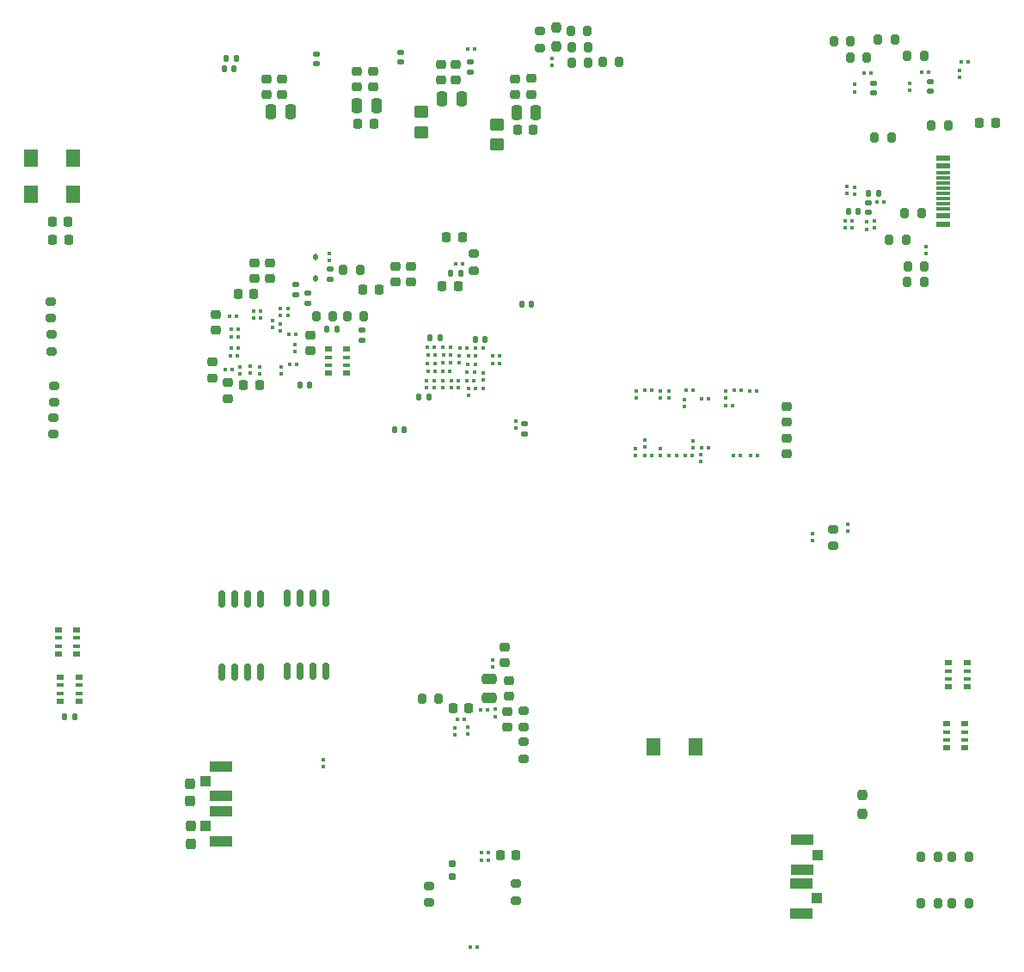
<source format=gbp>
G04 #@! TF.GenerationSoftware,KiCad,Pcbnew,9.0.3-9.0.3-0~ubuntu24.04.1*
G04 #@! TF.CreationDate,2025-08-23T12:09:09+02:00*
G04 #@! TF.ProjectId,acoustic-carrier-board,61636f75-7374-4696-932d-636172726965,rev?*
G04 #@! TF.SameCoordinates,Original*
G04 #@! TF.FileFunction,Paste,Bot*
G04 #@! TF.FilePolarity,Positive*
%FSLAX46Y46*%
G04 Gerber Fmt 4.6, Leading zero omitted, Abs format (unit mm)*
G04 Created by KiCad (PCBNEW 9.0.3-9.0.3-0~ubuntu24.04.1) date 2025-08-23 12:09:09*
%MOMM*%
%LPD*%
G01*
G04 APERTURE LIST*
G04 Aperture macros list*
%AMRoundRect*
0 Rectangle with rounded corners*
0 $1 Rounding radius*
0 $2 $3 $4 $5 $6 $7 $8 $9 X,Y pos of 4 corners*
0 Add a 4 corners polygon primitive as box body*
4,1,4,$2,$3,$4,$5,$6,$7,$8,$9,$2,$3,0*
0 Add four circle primitives for the rounded corners*
1,1,$1+$1,$2,$3*
1,1,$1+$1,$4,$5*
1,1,$1+$1,$6,$7*
1,1,$1+$1,$8,$9*
0 Add four rect primitives between the rounded corners*
20,1,$1+$1,$2,$3,$4,$5,0*
20,1,$1+$1,$4,$5,$6,$7,0*
20,1,$1+$1,$6,$7,$8,$9,0*
20,1,$1+$1,$8,$9,$2,$3,0*%
G04 Aperture macros list end*
%ADD10R,1.350000X1.800000*%
%ADD11RoundRect,0.079500X-0.100500X0.079500X-0.100500X-0.079500X0.100500X-0.079500X0.100500X0.079500X0*%
%ADD12RoundRect,0.250000X-0.250000X-0.475000X0.250000X-0.475000X0.250000X0.475000X-0.250000X0.475000X0*%
%ADD13RoundRect,0.225000X0.250000X-0.225000X0.250000X0.225000X-0.250000X0.225000X-0.250000X-0.225000X0*%
%ADD14RoundRect,0.079500X0.079500X0.100500X-0.079500X0.100500X-0.079500X-0.100500X0.079500X-0.100500X0*%
%ADD15RoundRect,0.200000X-0.275000X0.200000X-0.275000X-0.200000X0.275000X-0.200000X0.275000X0.200000X0*%
%ADD16RoundRect,0.079500X-0.079500X-0.100500X0.079500X-0.100500X0.079500X0.100500X-0.079500X0.100500X0*%
%ADD17RoundRect,0.225000X-0.225000X-0.250000X0.225000X-0.250000X0.225000X0.250000X-0.225000X0.250000X0*%
%ADD18RoundRect,0.079500X0.100500X-0.079500X0.100500X0.079500X-0.100500X0.079500X-0.100500X-0.079500X0*%
%ADD19RoundRect,0.218750X0.256250X-0.218750X0.256250X0.218750X-0.256250X0.218750X-0.256250X-0.218750X0*%
%ADD20RoundRect,0.218750X-0.218750X-0.256250X0.218750X-0.256250X0.218750X0.256250X-0.218750X0.256250X0*%
%ADD21RoundRect,0.237500X0.237500X-0.250000X0.237500X0.250000X-0.237500X0.250000X-0.237500X-0.250000X0*%
%ADD22RoundRect,0.200000X0.200000X0.275000X-0.200000X0.275000X-0.200000X-0.275000X0.200000X-0.275000X0*%
%ADD23RoundRect,0.218750X-0.256250X0.218750X-0.256250X-0.218750X0.256250X-0.218750X0.256250X0.218750X0*%
%ADD24R,1.450000X0.600000*%
%ADD25R,1.450000X0.300000*%
%ADD26RoundRect,0.140000X0.170000X-0.140000X0.170000X0.140000X-0.170000X0.140000X-0.170000X-0.140000X0*%
%ADD27RoundRect,0.225000X-0.250000X0.225000X-0.250000X-0.225000X0.250000X-0.225000X0.250000X0.225000X0*%
%ADD28RoundRect,0.200000X-0.200000X-0.275000X0.200000X-0.275000X0.200000X0.275000X-0.200000X0.275000X0*%
%ADD29RoundRect,0.135000X0.185000X-0.135000X0.185000X0.135000X-0.185000X0.135000X-0.185000X-0.135000X0*%
%ADD30RoundRect,0.237500X0.237500X-0.300000X0.237500X0.300000X-0.237500X0.300000X-0.237500X-0.300000X0*%
%ADD31R,0.800000X0.500000*%
%ADD32R,0.800000X0.400000*%
%ADD33RoundRect,0.135000X-0.135000X-0.185000X0.135000X-0.185000X0.135000X0.185000X-0.135000X0.185000X0*%
%ADD34RoundRect,0.112500X0.112500X-0.187500X0.112500X0.187500X-0.112500X0.187500X-0.112500X-0.187500X0*%
%ADD35RoundRect,0.160000X0.160000X-0.197500X0.160000X0.197500X-0.160000X0.197500X-0.160000X-0.197500X0*%
%ADD36RoundRect,0.200000X0.275000X-0.200000X0.275000X0.200000X-0.275000X0.200000X-0.275000X-0.200000X0*%
%ADD37RoundRect,0.140000X-0.170000X0.140000X-0.170000X-0.140000X0.170000X-0.140000X0.170000X0.140000X0*%
%ADD38RoundRect,0.225000X0.225000X0.250000X-0.225000X0.250000X-0.225000X-0.250000X0.225000X-0.250000X0*%
%ADD39RoundRect,0.140000X-0.140000X-0.170000X0.140000X-0.170000X0.140000X0.170000X-0.140000X0.170000X0*%
%ADD40RoundRect,0.140000X0.140000X0.170000X-0.140000X0.170000X-0.140000X-0.170000X0.140000X-0.170000X0*%
%ADD41RoundRect,0.250000X-0.450000X0.350000X-0.450000X-0.350000X0.450000X-0.350000X0.450000X0.350000X0*%
%ADD42RoundRect,0.162500X-0.162500X0.650000X-0.162500X-0.650000X0.162500X-0.650000X0.162500X0.650000X0*%
%ADD43R,1.050000X1.000000*%
%ADD44R,2.200000X1.050000*%
%ADD45RoundRect,0.250000X0.475000X-0.250000X0.475000X0.250000X-0.475000X0.250000X-0.475000X-0.250000X0*%
%ADD46RoundRect,0.135000X0.135000X0.185000X-0.135000X0.185000X-0.135000X-0.185000X0.135000X-0.185000X0*%
%ADD47RoundRect,0.135000X-0.185000X0.135000X-0.185000X-0.135000X0.185000X-0.135000X0.185000X0.135000X0*%
G04 APERTURE END LIST*
D10*
X108445000Y-125180000D03*
X112595000Y-125180000D03*
D11*
X113140000Y-96375000D03*
X113140000Y-97065000D03*
X70960000Y-83125000D03*
X70960000Y-83815000D03*
D12*
X70805000Y-62595000D03*
X72705000Y-62595000D03*
D13*
X79255000Y-60140000D03*
X79255000Y-58590000D03*
D14*
X86945000Y-86570000D03*
X86255000Y-86570000D03*
D10*
X51325000Y-70720000D03*
X47175000Y-70720000D03*
D15*
X49370000Y-92675000D03*
X49370000Y-94325000D03*
D16*
X87745000Y-86560000D03*
X88435000Y-86560000D03*
D17*
X93367500Y-135780000D03*
X94917500Y-135780000D03*
D11*
X72460000Y-81985000D03*
X72460000Y-82675000D03*
D13*
X96400000Y-60855000D03*
X96400000Y-59305000D03*
D16*
X87725000Y-88180000D03*
X88415000Y-88180000D03*
D18*
X111500000Y-91585000D03*
X111500000Y-90895000D03*
D19*
X69140000Y-79037500D03*
X69140000Y-77462500D03*
D20*
X140542500Y-63680000D03*
X142117500Y-63680000D03*
D21*
X129060000Y-131712500D03*
X129060000Y-129887500D03*
D16*
X87735000Y-85770000D03*
X88425000Y-85770000D03*
D14*
X73235000Y-84470000D03*
X72545000Y-84470000D03*
D11*
X88860000Y-123235000D03*
X88860000Y-123925000D03*
X128290000Y-70005000D03*
X128290000Y-70695000D03*
D14*
X89635000Y-77520000D03*
X88945000Y-77520000D03*
D18*
X128292500Y-60582500D03*
X128292500Y-59892500D03*
D11*
X71710000Y-83455000D03*
X71710000Y-84145000D03*
D22*
X135085000Y-79370000D03*
X133435000Y-79370000D03*
D18*
X135260000Y-76535000D03*
X135260000Y-75845000D03*
D23*
X94185000Y-118582500D03*
X94185000Y-120157500D03*
D24*
X136985000Y-67120000D03*
X136985000Y-67920000D03*
D25*
X136985000Y-69120000D03*
X136985000Y-70120000D03*
X136985000Y-70620000D03*
X136985000Y-71620000D03*
D24*
X136985000Y-72820000D03*
X136985000Y-73620000D03*
X136985000Y-73620000D03*
X136985000Y-72820000D03*
D25*
X136985000Y-72120000D03*
X136985000Y-71120000D03*
X136985000Y-69620000D03*
X136985000Y-68620000D03*
D24*
X136985000Y-67920000D03*
X136985000Y-67120000D03*
D26*
X135680000Y-60580000D03*
X135680000Y-59620000D03*
D13*
X121570000Y-93165000D03*
X121570000Y-91615000D03*
D14*
X93295000Y-86610000D03*
X92605000Y-86610000D03*
D17*
X88710000Y-121370000D03*
X90260000Y-121370000D03*
D18*
X68742500Y-88330000D03*
X68742500Y-87640000D03*
X71810000Y-88425000D03*
X71810000Y-87735000D03*
D14*
X108255000Y-96400000D03*
X107565000Y-96400000D03*
D27*
X70660000Y-77465000D03*
X70660000Y-79015000D03*
D28*
X100365002Y-56179999D03*
X102015002Y-56179999D03*
D29*
X79730000Y-85130000D03*
X79730000Y-84110000D03*
D15*
X95660000Y-121575000D03*
X95660000Y-123225000D03*
D22*
X134855000Y-72530000D03*
X133205000Y-72530000D03*
D14*
X112315000Y-90040000D03*
X111625000Y-90040000D03*
D29*
X73240000Y-80630000D03*
X73240000Y-79610000D03*
D18*
X92860000Y-122145000D03*
X92860000Y-121455000D03*
D16*
X87735000Y-87310000D03*
X88425000Y-87310000D03*
D30*
X62810000Y-130472500D03*
X62810000Y-128747500D03*
D26*
X130092500Y-60747500D03*
X130092500Y-59787500D03*
D31*
X137510000Y-119250000D03*
D32*
X137510000Y-118450000D03*
X137510000Y-117650000D03*
D31*
X137510000Y-116850000D03*
X139310000Y-116850000D03*
D32*
X139310000Y-117650000D03*
X139310000Y-118450000D03*
D31*
X139310000Y-119250000D03*
D18*
X67730000Y-88395000D03*
X67730000Y-87705000D03*
D33*
X50470000Y-122140000D03*
X51490000Y-122140000D03*
D16*
X117975000Y-96450000D03*
X118665000Y-96450000D03*
D34*
X75160000Y-78960000D03*
X75160000Y-76860000D03*
D18*
X115520000Y-90775000D03*
X115520000Y-90085000D03*
D31*
X51650000Y-113620000D03*
D32*
X51650000Y-114420000D03*
X51650000Y-115220000D03*
D31*
X51650000Y-116020000D03*
X49850000Y-116020000D03*
D32*
X49850000Y-115220000D03*
X49850000Y-114420000D03*
D31*
X49850000Y-113620000D03*
D35*
X88600000Y-137887500D03*
X88600000Y-136692500D03*
D11*
X109930000Y-90105000D03*
X109930000Y-90795000D03*
D13*
X83010000Y-79335000D03*
X83010000Y-77785000D03*
D36*
X90745000Y-78195000D03*
X90745000Y-76545000D03*
D11*
X94930000Y-93075000D03*
X94930000Y-93765000D03*
D16*
X116335000Y-96430000D03*
X117025000Y-96430000D03*
D18*
X127310000Y-74033000D03*
X127310000Y-73343000D03*
D16*
X66875000Y-84780000D03*
X67565000Y-84780000D03*
D37*
X75255000Y-56905000D03*
X75255000Y-57865000D03*
D16*
X66797500Y-86585000D03*
X67487500Y-86585000D03*
D22*
X79545000Y-78150000D03*
X77895000Y-78150000D03*
X139480000Y-135960000D03*
X137830000Y-135960000D03*
D13*
X65342500Y-84060000D03*
X65342500Y-82510000D03*
D14*
X86905000Y-87410000D03*
X86215000Y-87410000D03*
D22*
X139480000Y-140510000D03*
X137830000Y-140510000D03*
D11*
X109120000Y-90100000D03*
X109120000Y-90790000D03*
D38*
X81400000Y-80130000D03*
X79850000Y-80130000D03*
D18*
X86890000Y-89790000D03*
X86890000Y-89100000D03*
X106690000Y-96455000D03*
X106690000Y-95765000D03*
X91660000Y-89015000D03*
X91660000Y-88325000D03*
D22*
X137445000Y-63920000D03*
X135795000Y-63920000D03*
D37*
X95780000Y-93340000D03*
X95780000Y-94300000D03*
D14*
X90885000Y-87450000D03*
X90195000Y-87450000D03*
D18*
X92630000Y-117245000D03*
X92630000Y-116555000D03*
D11*
X73142500Y-85485000D03*
X73142500Y-86175000D03*
X71730000Y-81985000D03*
X71730000Y-82675000D03*
D14*
X73287500Y-87485000D03*
X72597500Y-87485000D03*
D39*
X90930000Y-85000000D03*
X91890000Y-85000000D03*
D40*
X86310000Y-90700000D03*
X85350000Y-90700000D03*
D28*
X133485000Y-77810000D03*
X135135000Y-77810000D03*
D31*
X78230000Y-85950000D03*
D32*
X78230000Y-86750000D03*
X78230000Y-87550000D03*
D31*
X78230000Y-88350000D03*
X76430000Y-88350000D03*
D32*
X76430000Y-87550000D03*
X76430000Y-86750000D03*
D31*
X76430000Y-85950000D03*
D14*
X90870000Y-56350000D03*
X90180000Y-56350000D03*
D16*
X91415000Y-121470000D03*
X92105000Y-121470000D03*
D22*
X136430000Y-135960000D03*
X134780000Y-135960000D03*
D40*
X87430000Y-84870000D03*
X86470000Y-84870000D03*
D41*
X93040000Y-63820000D03*
X93040000Y-65820000D03*
D13*
X87505000Y-59440000D03*
X87505000Y-57890000D03*
D14*
X86885000Y-85750000D03*
X86195000Y-85750000D03*
X92212500Y-135580000D03*
X91522500Y-135580000D03*
D40*
X128610000Y-72420000D03*
X127650000Y-72420000D03*
D11*
X89320000Y-86615000D03*
X89320000Y-87305000D03*
D36*
X49150000Y-86155000D03*
X49150000Y-84505000D03*
D11*
X90160000Y-123210000D03*
X90160000Y-123900000D03*
D42*
X65940000Y-110582500D03*
X67210000Y-110582500D03*
X68480000Y-110582500D03*
X69750000Y-110582500D03*
X69750000Y-117757500D03*
X68480000Y-117757500D03*
X67210000Y-117757500D03*
X65940000Y-117757500D03*
D43*
X124580000Y-135780160D03*
D44*
X123055000Y-137255160D03*
X123055000Y-134305160D03*
D43*
X64317500Y-128520000D03*
D44*
X65842500Y-127045000D03*
X65842500Y-129995000D03*
D40*
X67150000Y-58360000D03*
X66190000Y-58360000D03*
D22*
X133335000Y-75188000D03*
X131685000Y-75188000D03*
D20*
X49252500Y-73410000D03*
X50827500Y-73410000D03*
D27*
X74700000Y-84575000D03*
X74700000Y-86125000D03*
D14*
X113865000Y-90850000D03*
X113175000Y-90850000D03*
D27*
X94060000Y-121650000D03*
X94060000Y-123200000D03*
D14*
X112275000Y-96410000D03*
X111585000Y-96410000D03*
X131175000Y-71460000D03*
X130485000Y-71460000D03*
D11*
X90200000Y-89835000D03*
X90200000Y-90525000D03*
D14*
X90895000Y-86650000D03*
X90205000Y-86650000D03*
D12*
X94955000Y-62615000D03*
X96855000Y-62615000D03*
D16*
X90955000Y-89800000D03*
X91645000Y-89800000D03*
D18*
X88510000Y-89755000D03*
X88510000Y-89065000D03*
D45*
X92285000Y-120320000D03*
X92285000Y-118420000D03*
D11*
X69742500Y-82240000D03*
X69742500Y-82930000D03*
D28*
X130545000Y-55490000D03*
X132195000Y-55490000D03*
D18*
X69642500Y-88410000D03*
X69642500Y-87720000D03*
D31*
X51850000Y-118260000D03*
D32*
X51850000Y-119060000D03*
X51850000Y-119860000D03*
D31*
X51850000Y-120660000D03*
X50050000Y-120660000D03*
D32*
X50050000Y-119860000D03*
X50050000Y-119060000D03*
D31*
X50050000Y-118260000D03*
D14*
X90045000Y-85850000D03*
X89355000Y-85850000D03*
D15*
X95660000Y-124635000D03*
X95660000Y-126285000D03*
D46*
X67380000Y-57360000D03*
X66360000Y-57360000D03*
D23*
X64990000Y-87230000D03*
X64990000Y-88805000D03*
D15*
X126172250Y-103680000D03*
X126172250Y-105330000D03*
D30*
X62860000Y-134672500D03*
X62860000Y-132947500D03*
D28*
X134805000Y-140510000D03*
X136455000Y-140510000D03*
D13*
X84590000Y-79335000D03*
X84590000Y-77785000D03*
D46*
X77310000Y-84020000D03*
X76290000Y-84020000D03*
D15*
X86330000Y-138825000D03*
X86330000Y-140475000D03*
D14*
X113885000Y-95650000D03*
X113195000Y-95650000D03*
D18*
X138567500Y-59157500D03*
X138567500Y-58467500D03*
D16*
X89140000Y-122470000D03*
X89830000Y-122470000D03*
D21*
X98840000Y-56100000D03*
X98840000Y-54275000D03*
D11*
X69042500Y-82240000D03*
X69042500Y-82930000D03*
D10*
X51330000Y-67180000D03*
X47180000Y-67180000D03*
D41*
X85580000Y-62600000D03*
X85580000Y-64600000D03*
D14*
X92192500Y-136280000D03*
X91502500Y-136280000D03*
D28*
X78265000Y-82700000D03*
X79915000Y-82700000D03*
D13*
X94820000Y-60885000D03*
X94820000Y-59335000D03*
D14*
X129837500Y-58767500D03*
X129147500Y-58767500D03*
D18*
X128010000Y-74013000D03*
X128010000Y-73323000D03*
X124072250Y-104850000D03*
X124072250Y-104160000D03*
D14*
X86920000Y-88160000D03*
X86230000Y-88160000D03*
D19*
X66550000Y-90827500D03*
X66550000Y-89252500D03*
D11*
X109090000Y-95725000D03*
X109090000Y-96415000D03*
D15*
X49410000Y-89565000D03*
X49410000Y-91215000D03*
D28*
X100365002Y-57779999D03*
X102015002Y-57779999D03*
D16*
X66842500Y-85885000D03*
X67532500Y-85885000D03*
X117915000Y-90070000D03*
X118605000Y-90070000D03*
D14*
X135525000Y-58700000D03*
X134835000Y-58700000D03*
D40*
X89440000Y-78470000D03*
X88480000Y-78470000D03*
D20*
X49302500Y-75160000D03*
X50877500Y-75160000D03*
D36*
X49110000Y-82915000D03*
X49110000Y-81265000D03*
D14*
X90785000Y-89050000D03*
X90095000Y-89050000D03*
D38*
X69107500Y-80485000D03*
X67557500Y-80485000D03*
D16*
X90955000Y-85870000D03*
X91645000Y-85870000D03*
D13*
X70355000Y-60870000D03*
X70355000Y-59320000D03*
X89005000Y-59440000D03*
X89005000Y-57890000D03*
D16*
X116395000Y-90040000D03*
X117085000Y-90040000D03*
D40*
X130590000Y-70608000D03*
X129630000Y-70608000D03*
D37*
X83567500Y-56735000D03*
X83567500Y-57695000D03*
D47*
X76630000Y-78100000D03*
X76630000Y-79120000D03*
D13*
X80855000Y-60140000D03*
X80855000Y-58590000D03*
D18*
X86100000Y-89755000D03*
X86100000Y-89065000D03*
D22*
X131855000Y-65120000D03*
X130205000Y-65120000D03*
D26*
X129610000Y-72468000D03*
X129610000Y-71508000D03*
D14*
X139412500Y-57687500D03*
X138722500Y-57687500D03*
D16*
X115555000Y-91510000D03*
X116245000Y-91510000D03*
X66697500Y-82685000D03*
X67387500Y-82685000D03*
D28*
X103445000Y-57660000D03*
X105095000Y-57660000D03*
D12*
X87655000Y-61265000D03*
X89555000Y-61265000D03*
D28*
X127805000Y-57210000D03*
X129455000Y-57210000D03*
D42*
X72380000Y-110512500D03*
X73650000Y-110512500D03*
X74920000Y-110512500D03*
X76190000Y-110512500D03*
X76190000Y-117687500D03*
X74920000Y-117687500D03*
X73650000Y-117687500D03*
X72380000Y-117687500D03*
D40*
X96420000Y-81570000D03*
X95460000Y-81570000D03*
D11*
X75935000Y-126410000D03*
X75935000Y-127100000D03*
D28*
X75235000Y-82730000D03*
X76885000Y-82730000D03*
D17*
X95045000Y-64370000D03*
X96595000Y-64370000D03*
D18*
X133655000Y-60445000D03*
X133655000Y-59755000D03*
D13*
X93785000Y-116845000D03*
X93785000Y-115295000D03*
D18*
X106750000Y-90745000D03*
X106750000Y-90055000D03*
D14*
X90795000Y-88260000D03*
X90105000Y-88260000D03*
D16*
X66297500Y-87985000D03*
X66987500Y-87985000D03*
D28*
X133430000Y-57100000D03*
X135080000Y-57100000D03*
D18*
X87700000Y-89745000D03*
X87700000Y-89055000D03*
D28*
X126205000Y-55660000D03*
X127855000Y-55660000D03*
D40*
X74580000Y-89500000D03*
X73620000Y-89500000D03*
D18*
X89250000Y-89750000D03*
X89250000Y-89060000D03*
D16*
X66895000Y-84030000D03*
X67585000Y-84030000D03*
D22*
X101930000Y-54620000D03*
X100280000Y-54620000D03*
D18*
X112350000Y-95685000D03*
X112350000Y-94995000D03*
D13*
X71855000Y-60870000D03*
X71855000Y-59320000D03*
D11*
X98490002Y-57314999D03*
X98490002Y-58004999D03*
D18*
X129410000Y-74133000D03*
X129410000Y-73443000D03*
D20*
X88075000Y-74910000D03*
X89650000Y-74910000D03*
D40*
X83920000Y-93860000D03*
X82960000Y-93860000D03*
D43*
X124530000Y-140080160D03*
D44*
X123005000Y-141555160D03*
X123005000Y-138605160D03*
D28*
X85665000Y-120430000D03*
X87315000Y-120430000D03*
D43*
X64305000Y-132960000D03*
D44*
X65830000Y-131485000D03*
X65830000Y-134435000D03*
D14*
X91115000Y-144860000D03*
X90425000Y-144860000D03*
D31*
X137330000Y-125260000D03*
D32*
X137330000Y-124460000D03*
X137330000Y-123660000D03*
D31*
X137330000Y-122860000D03*
X139130000Y-122860000D03*
D32*
X139130000Y-123660000D03*
X139130000Y-124460000D03*
D31*
X139130000Y-125260000D03*
D11*
X127602250Y-103200000D03*
X127602250Y-103890000D03*
X127530000Y-69935000D03*
X127530000Y-70625000D03*
D17*
X68095000Y-89500000D03*
X69645000Y-89500000D03*
D27*
X121600000Y-94755000D03*
X121600000Y-96305000D03*
D18*
X107560000Y-95595000D03*
X107560000Y-94905000D03*
X130210000Y-74013000D03*
X130210000Y-73323000D03*
X76530000Y-77255000D03*
X76530000Y-76565000D03*
D38*
X89205000Y-79800000D03*
X87655000Y-79800000D03*
D15*
X94910000Y-138605000D03*
X94910000Y-140255000D03*
D14*
X110695000Y-96430000D03*
X110005000Y-96430000D03*
D17*
X79355000Y-63720000D03*
X80905000Y-63720000D03*
D15*
X97310000Y-54625000D03*
X97310000Y-56275000D03*
D29*
X74380000Y-81470000D03*
X74380000Y-80450000D03*
D14*
X108285000Y-90030000D03*
X107595000Y-90030000D03*
D37*
X90430000Y-57685000D03*
X90430000Y-58645000D03*
D12*
X79270000Y-61970000D03*
X81170000Y-61970000D03*
D14*
X93295000Y-87380000D03*
X92605000Y-87380000D03*
M02*

</source>
